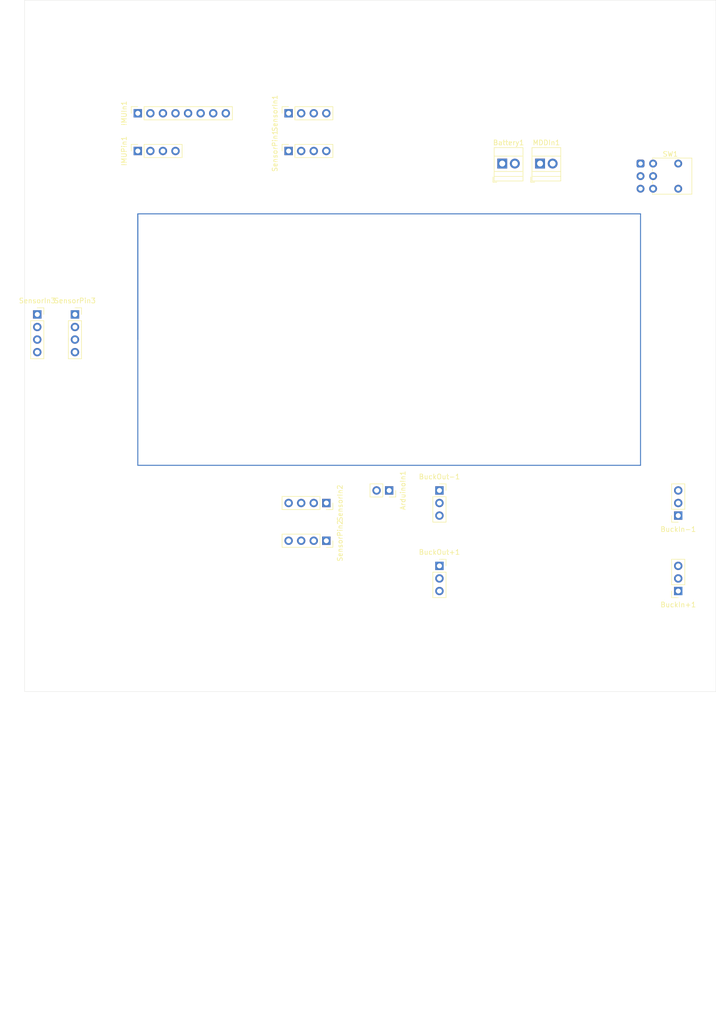
<source format=kicad_pcb>
(kicad_pcb (version 20240108) (generator "pcbnew") (generator_version "8.0")
  (layers (0 "F.Cu" signal) (31 "B.Cu" signal) (34 "B.Paste" user) (35 "F.Paste" user) (36 "B.SilkS" user "B.Silkscreen") (37 "F.SilkS" user "F.Silkscreen") (38 "B.Mask" user) (39 "F.Mask" user) (44 "Edge.Cuts" user))
  (net 0 "")
  (net 1 "GND")
  (net 2 "5V")
  (net 3 "12V")
  (net 12 "Vcc")
  (net 14 "SCL")
  (net 15 "SDA")
  (net 19 "Vm")
  (net 20 "Echo1")
  (net 21 "Trig1")
  (net 22 "Echo2")
  (net 23 "Trig2")
  (net 24 "Echo3")
  (net 25 "Trig3")
  (footprint "Connector_PinSocket_2.54mm:PinSocket_1x04_P2.54mm_Vertical" (layer "F.Cu") (at 88.9 142.24 -90)
    (property "Reference" "SensorPin2" (at 0 -2.77 90) (layer "F.SilkS"))
    (property "Value" "Conn_01x04_Socket")
    (fp_line (start -1.33 8.95) (end 1.33 8.95) (stroke (width 0.12)) (layer "F.SilkS"))
    (fp_line (start -1.33 1.27) (end -1.33 8.95) (stroke (width 0.12)) (layer "F.SilkS"))
    (fp_line (start -1.33 1.27) (end 1.33 1.27) (stroke (width 0.12)) (layer "F.SilkS"))
    (fp_line (start 1.33 1.27) (end 1.33 8.95) (stroke (width 0.12)) (layer "F.SilkS"))
    (fp_line (start 0 -1.33) (end 1.33 -1.33) (stroke (width 0.12)) (layer "F.SilkS"))
    (fp_line (start 1.33 -1.33) (end 1.33 0) (stroke (width 0.12)) (layer "F.SilkS"))
    (pad "1" thru_hole rect (at 0 0 270) (size 1.7 1.7) (drill 1) (layers "*.Cu" "*.Mask") (net 12 "Vcc"))
    (pad "2" thru_hole oval (at 0 2.54 270) (size 1.7 1.7) (drill 1) (layers "*.Cu" "*.Mask") (net 23 "Trig2"))
    (pad "3" thru_hole oval (at 0 5.08 270) (size 1.7 1.7) (drill 1) (layers "*.Cu" "*.Mask") (net 22 "Echo2"))
    (pad "4" thru_hole oval (at 0 7.62 270) (size 1.7 1.7) (drill 1) (layers "*.Cu" "*.Mask") (net 1 "GND"))
  )
  (footprint "Button_Switch_THT:SW_Push_2P2T_Vertical_E-Switch_800UDP8P1A1M6" (layer "F.Cu") (at 152.4 66.04)
    (property "Reference" "SW1" (at 6.02 -1.91 180) (layer "F.SilkS"))
    (property "Value" "SW_Push_DPDT")
    (fp_line (start 2.42 -1.11) (end 2.42 -0.96) (stroke (width 0.12)) (layer "F.SilkS"))
    (fp_line (start 2.42 1.54) (end 2.42 1.04) (stroke (width 0.12)) (layer "F.SilkS"))
    (fp_line (start 2.42 4.04) (end 2.42 3.54) (stroke (width 0.12)) (layer "F.SilkS"))
    (fp_line (start 2.42 6.19) (end 2.42 6.04) (stroke (width 0.12)) (layer "F.SilkS"))
    (fp_line (start 2.42 6.19) (end 10.37 6.19) (stroke (width 0.12)) (layer "F.SilkS"))
    (fp_line (start 10.37 -1.11) (end 2.42 -1.11) (stroke (width 0.12)) (layer "F.SilkS"))
    (fp_line (start 10.37 6.19) (end 10.37 -1.11) (stroke (width 0.12)) (layer "F.SilkS"))
    (pad "" thru_hole circle (at 7.62 0 180) (size 1.6 1.6) (drill 0.89) (layers "*.Cu" "*.Mask"))
    (pad "" thru_hole circle (at 7.62 5.08 180) (size 1.6 1.6) (drill 0.89) (layers "*.Cu" "*.Mask"))
    (pad "1" thru_hole roundrect (at 0 0 180) (size 1.6 1.6) (drill 0.89) (layers "*.Cu" "*.Mask"))
    (pad "2" thru_hole circle (at 0 2.54 180) (size 1.6 1.6) (drill 0.89) (layers "*.Cu" "*.Mask") (net 2 "5V"))
    (pad "3" thru_hole circle (at 0 5.08 180) (size 1.6 1.6) (drill 0.89) (layers "*.Cu" "*.Mask") (net 12 "Vcc"))
    (pad "4" thru_hole circle (at 2.54 0 180) (size 1.6 1.6) (drill 0.89) (layers "*.Cu" "*.Mask"))
    (pad "5" thru_hole circle (at 2.54 2.54 180) (size 1.6 1.6) (drill 0.89) (layers "*.Cu" "*.Mask") (net 3 "12V"))
    (pad "6" thru_hole circle (at 2.54 5.08 180) (size 1.6 1.6) (drill 0.89) (layers "*.Cu" "*.Mask") (net 19 "Vm"))
  )
  (footprint "Connector_PinSocket_2.54mm:PinSocket_1x04_P2.54mm_Vertical" (layer "F.Cu") (at 30.48 96.52)
    (property "Reference" "SensorIn3" (at 0 -2.77 0) (layer "F.SilkS"))
    (property "Value" "Conn_01x04_Socket")
    (fp_line (start -1.33 1.27) (end -1.33 8.95) (stroke (width 0.12)) (layer "F.SilkS"))
    (fp_line (start -1.33 1.27) (end 1.33 1.27) (stroke (width 0.12)) (layer "F.SilkS"))
    (fp_line (start -1.33 8.95) (end 1.33 8.95) (stroke (width 0.12)) (layer "F.SilkS"))
    (fp_line (start 0 -1.33) (end 1.33 -1.33) (stroke (width 0.12)) (layer "F.SilkS"))
    (fp_line (start 1.33 -1.33) (end 1.33 0) (stroke (width 0.12)) (layer "F.SilkS"))
    (fp_line (start 1.33 1.27) (end 1.33 8.95) (stroke (width 0.12)) (layer "F.SilkS"))
    (pad "1" thru_hole rect (at 0 0) (size 1.7 1.7) (drill 1) (layers "*.Cu" "*.Mask") (net 12 "Vcc"))
    (pad "2" thru_hole oval (at 0 2.54) (size 1.7 1.7) (drill 1) (layers "*.Cu" "*.Mask") (net 25 "Trig3"))
    (pad "3" thru_hole oval (at 0 5.08) (size 1.7 1.7) (drill 1) (layers "*.Cu" "*.Mask") (net 24 "Echo3"))
    (pad "4" thru_hole oval (at 0 7.62) (size 1.7 1.7) (drill 1) (layers "*.Cu" "*.Mask") (net 1 "GND"))
  )
  (footprint "Connector_PinSocket_2.54mm:PinSocket_1x04_P2.54mm_Vertical" (layer "F.Cu") (at 38.1 96.52)
    (property "Reference" "SensorPin3" (at 0 -2.77 0) (layer "F.SilkS"))
    (property "Value" "Conn_01x04_Socket")
    (fp_line (start -1.33 1.27) (end -1.33 8.95) (stroke (width 0.12)) (layer "F.SilkS"))
    (fp_line (start -1.33 1.27) (end 1.33 1.27) (stroke (width 0.12)) (layer "F.SilkS"))
    (fp_line (start -1.33 8.95) (end 1.33 8.95) (stroke (width 0.12)) (layer "F.SilkS"))
    (fp_line (start 0 -1.33) (end 1.33 -1.33) (stroke (width 0.12)) (layer "F.SilkS"))
    (fp_line (start 1.33 -1.33) (end 1.33 0) (stroke (width 0.12)) (layer "F.SilkS"))
    (fp_line (start 1.33 1.27) (end 1.33 8.95) (stroke (width 0.12)) (layer "F.SilkS"))
    (pad "1" thru_hole rect (at 0 0) (size 1.7 1.7) (drill 1) (layers "*.Cu" "*.Mask") (net 12 "Vcc"))
    (pad "2" thru_hole oval (at 0 2.54) (size 1.7 1.7) (drill 1) (layers "*.Cu" "*.Mask") (net 25 "Trig3"))
    (pad "3" thru_hole oval (at 0 5.08) (size 1.7 1.7) (drill 1) (layers "*.Cu" "*.Mask") (net 24 "Echo3"))
    (pad "4" thru_hole oval (at 0 7.62) (size 1.7 1.7) (drill 1) (layers "*.Cu" "*.Mask") (net 1 "GND"))
  )
  (footprint "Connector_PinSocket_2.54mm:PinSocket_1x04_P2.54mm_Vertical" (layer "F.Cu") (at 50.8 63.5 90)
    (property "Reference" "IMUPin1" (at 0 -2.77 90) (layer "F.SilkS"))
    (property "Value" "Conn_01x04_Socket")
    (fp_line (start 1.33 -1.33) (end 1.33 0) (stroke (width 0.12)) (layer "F.SilkS"))
    (fp_line (start 0 -1.33) (end 1.33 -1.33) (stroke (width 0.12)) (layer "F.SilkS"))
    (fp_line (start 1.33 1.27) (end 1.33 8.95) (stroke (width 0.12)) (layer "F.SilkS"))
    (fp_line (start -1.33 1.27) (end 1.33 1.27) (stroke (width 0.12)) (layer "F.SilkS"))
    (fp_line (start -1.33 1.27) (end -1.33 8.95) (stroke (width 0.12)) (layer "F.SilkS"))
    (fp_line (start -1.33 8.95) (end 1.33 8.95) (stroke (width 0.12)) (layer "F.SilkS"))
    (pad "1" thru_hole rect (at 0 0 90) (size 1.7 1.7) (drill 1) (layers "*.Cu" "*.Mask") (net 12 "Vcc"))
    (pad "2" thru_hole oval (at 0 2.54 90) (size 1.7 1.7) (drill 1) (layers "*.Cu" "*.Mask") (net 1 "GND"))
    (pad "3" thru_hole oval (at 0 5.08 90) (size 1.7 1.7) (drill 1) (layers "*.Cu" "*.Mask") (net 14 "SCL"))
    (pad "4" thru_hole oval (at 0 7.62 90) (size 1.7 1.7) (drill 1) (layers "*.Cu" "*.Mask") (net 15 "SDA"))
  )
  (footprint "Connector_PinSocket_2.54mm:PinSocket_1x03_P2.54mm_Vertical" (layer "F.Cu") (at 111.76 132.08)
    (property "Reference" "BuckOut-1" (at 0 -2.77 0) (layer "F.SilkS"))
    (property "Value" "Conn_01x03_Socket")
    (fp_line (start -1.33 1.27) (end -1.33 6.41) (stroke (width 0.12)) (layer "F.SilkS"))
    (fp_line (start -1.33 1.27) (end 1.33 1.27) (stroke (width 0.12)) (layer "F.SilkS"))
    (fp_line (start -1.33 6.41) (end 1.33 6.41) (stroke (width 0.12)) (layer "F.SilkS"))
    (fp_line (start 0 -1.33) (end 1.33 -1.33) (stroke (width 0.12)) (layer "F.SilkS"))
    (fp_line (start 1.33 -1.33) (end 1.33 0) (stroke (width 0.12)) (layer "F.SilkS"))
    (fp_line (start 1.33 1.27) (end 1.33 6.41) (stroke (width 0.12)) (layer "F.SilkS"))
    (pad "1" thru_hole rect (at 0 0) (size 1.7 1.7) (drill 1) (layers "*.Cu" "*.Mask"))
    (pad "2" thru_hole oval (at 0 2.54) (size 1.7 1.7) (drill 1) (layers "*.Cu" "*.Mask") (net 1 "GND"))
    (pad "3" thru_hole oval (at 0 5.08) (size 1.7 1.7) (drill 1) (layers "*.Cu" "*.Mask"))
  )
  (footprint "TerminalBlock:TerminalBlock_Xinya_XY308-2.54-2P_1x02_P2.54mm_Horizontal" (layer "F.Cu") (at 124.46 66.04)
    (property "Reference" "Battery1" (at 1.27 -4.22 0) (layer "F.SilkS"))
    (property "Value" "Screw_Terminal_01x02")
    (fp_line (start -1.88 2.72) (end -1.88 3.76) (stroke (width 0.12)) (layer "F.SilkS"))
    (fp_line (start -1.88 3.76) (end -1.08 3.76) (stroke (width 0.12)) (layer "F.SilkS"))
    (fp_line (start -1.64 -3.22) (end -1.64 3.52) (stroke (width 0.12)) (layer "F.SilkS"))
    (fp_line (start -1.64 -3.22) (end 4.18 -3.22) (stroke (width 0.12)) (layer "F.SilkS"))
    (fp_line (start -1.64 -1.501) (end 4.18 -1.501) (stroke (width 0.12)) (layer "F.SilkS"))
    (fp_line (start -1.64 1.6) (end 4.18 1.6) (stroke (width 0.12)) (layer "F.SilkS"))
    (fp_line (start -1.64 2.6) (end 4.18 2.6) (stroke (width 0.12)) (layer "F.SilkS"))
    (fp_line (start -1.64 3.52) (end 4.18 3.52) (stroke (width 0.12)) (layer "F.SilkS"))
    (fp_line (start 4.18 -3.22) (end 4.18 3.52) (stroke (width 0.12)) (layer "F.SilkS"))
    (pad "1" thru_hole rect (at 0 0) (size 2 2) (drill 1.2) (layers "*.Cu" "*.Mask") (net 3 "12V"))
    (pad "2" thru_hole circle (at 2.54 0) (size 2 2) (drill 1.2) (layers "*.Cu" "*.Mask") (net 1 "GND"))
  )
  (footprint "Connector_PinSocket_2.54mm:PinSocket_1x02_P2.54mm_Vertical" (layer "F.Cu") (at 101.6 132.08 -90)
    (property "Reference" "ArduinoIn1" (at 0 -2.77 90) (layer "F.SilkS"))
    (property "Value" "Conn_01x02_Socket")
    (fp_line (start -1.33 3.87) (end 1.33 3.87) (stroke (width 0.12)) (layer "F.SilkS"))
    (fp_line (start -1.33 1.27) (end -1.33 3.87) (stroke (width 0.12)) (layer "F.SilkS"))
    (fp_line (start -1.33 1.27) (end 1.33 1.27) (stroke (width 0.12)) (layer "F.SilkS"))
    (fp_line (start 1.33 1.27) (end 1.33 3.87) (stroke (width 0.12)) (layer "F.SilkS"))
    (fp_line (start 0 -1.33) (end 1.33 -1.33) (stroke (width 0.12)) (layer "F.SilkS"))
    (fp_line (start 1.33 -1.33) (end 1.33 0) (stroke (width 0.12)) (layer "F.SilkS"))
    (pad "1" thru_hole rect (at 0 0 270) (size 1.7 1.7) (drill 1) (layers "*.Cu" "*.Mask") (net 2 "5V"))
    (pad "2" thru_hole oval (at 0 2.54 270) (size 1.7 1.7) (drill 1) (layers "*.Cu" "*.Mask") (net 1 "GND"))
  )
  (footprint "Connector_PinSocket_2.54mm:PinSocket_1x04_P2.54mm_Vertical" (layer "F.Cu") (at 81.28 55.88 90)
    (property "Reference" "SensorIn1" (at 0 -2.77 90) (layer "F.SilkS"))
    (property "Value" "Conn_01x04_Socket")
    (fp_line (start 1.33 -1.33) (end 1.33 0) (stroke (width 0.12)) (layer "F.SilkS"))
    (fp_line (start 0 -1.33) (end 1.33 -1.33) (stroke (width 0.12)) (layer "F.SilkS"))
    (fp_line (start 1.33 1.27) (end 1.33 8.95) (stroke (width 0.12)) (layer "F.SilkS"))
    (fp_line (start -1.33 1.27) (end 1.33 1.27) (stroke (width 0.12)) (layer "F.SilkS"))
    (fp_line (start -1.33 1.27) (end -1.33 8.95) (stroke (width 0.12)) (layer "F.SilkS"))
    (fp_line (start -1.33 8.95) (end 1.33 8.95) (stroke (width 0.12)) (layer "F.SilkS"))
    (pad "1" thru_hole rect (at 0 0 90) (size 1.7 1.7) (drill 1) (layers "*.Cu" "*.Mask") (net 12 "Vcc"))
    (pad "2" thru_hole oval (at 0 2.54 90) (size 1.7 1.7) (drill 1) (layers "*.Cu" "*.Mask") (net 21 "Trig1"))
    (pad "3" thru_hole oval (at 0 5.08 90) (size 1.7 1.7) (drill 1) (layers "*.Cu" "*.Mask") (net 20 "Echo1"))
    (pad "4" thru_hole oval (at 0 7.62 90) (size 1.7 1.7) (drill 1) (layers "*.Cu" "*.Mask") (net 1 "GND"))
  )
  (footprint "Connector_PinSocket_2.54mm:PinSocket_1x03_P2.54mm_Vertical" (layer "F.Cu") (at 160.02 152.4 180)
    (property "Reference" "BuckIn+1" (at 0 -2.77 360) (layer "F.SilkS"))
    (property "Value" "Conn_01x03_Socket" (hide yes))
    (fp_line (start 1.33 1.27) (end 1.33 6.41) (stroke (width 0.12)) (layer "F.SilkS"))
    (fp_line (start 1.33 -1.33) (end 1.33 0) (stroke (width 0.12)) (layer "F.SilkS"))
    (fp_line (start 0 -1.33) (end 1.33 -1.33) (stroke (width 0.12)) (layer "F.SilkS"))
    (fp_line (start -1.33 6.41) (end 1.33 6.41) (stroke (width 0.12)) (layer "F.SilkS"))
    (fp_line (start -1.33 1.27) (end 1.33 1.27) (stroke (width 0.12)) (layer "F.SilkS"))
    (fp_line (start -1.33 1.27) (end -1.33 6.41) (stroke (width 0.12)) (layer "F.SilkS"))
    (pad "1" thru_hole rect (at 0 0 180) (size 1.7 1.7) (drill 1) (layers "*.Cu" "*.Mask"))
    (pad "2" thru_hole oval (at 0 2.54 180) (size 1.7 1.7) (drill 1) (layers "*.Cu" "*.Mask") (net 3 "12V"))
    (pad "3" thru_hole oval (at 0 5.08 180) (size 1.7 1.7) (drill 1) (layers "*.Cu" "*.Mask"))
  )
  (footprint "Connector_PinSocket_2.54mm:PinSocket_1x04_P2.54mm_Vertical" (layer "F.Cu") (at 81.28 63.5 90)
    (property "Reference" "SensorPin1" (at 0 -2.77 90) (layer "F.SilkS"))
    (property "Value" "Conn_01x04_Socket")
    (fp_line (start 1.33 -1.33) (end 1.33 0) (stroke (width 0.12)) (layer "F.SilkS"))
    (fp_line (start 0 -1.33) (end 1.33 -1.33) (stroke (width 0.12)) (layer "F.SilkS"))
    (fp_line (start 1.33 1.27) (end 1.33 8.95) (stroke (width 0.12)) (layer "F.SilkS"))
    (fp_line (start -1.33 1.27) (end 1.33 1.27) (stroke (width 0.12)) (layer "F.SilkS"))
    (fp_line (start -1.33 1.27) (end -1.33 8.95) (stroke (width 0.12)) (layer "F.SilkS"))
    (fp_line (start -1.33 8.95) (end 1.33 8.95) (stroke (width 0.12)) (layer "F.SilkS"))
    (pad "1" thru_hole rect (at 0 0 90) (size 1.7 1.7) (drill 1) (layers "*.Cu" "*.Mask") (net 12 "Vcc"))
    (pad "2" thru_hole oval (at 0 2.54 90) (size 1.7 1.7) (drill 1) (layers "*.Cu" "*.Mask") (net 21 "Trig1"))
    (pad "3" thru_hole oval (at 0 5.08 90) (size 1.7 1.7) (drill 1) (layers "*.Cu" "*.Mask") (net 20 "Echo1"))
    (pad "4" thru_hole oval (at 0 7.62 90) (size 1.7 1.7) (drill 1) (layers "*.Cu" "*.Mask") (net 1 "GND"))
  )
  (footprint "Connector_PinSocket_2.54mm:PinSocket_1x08_P2.54mm_Vertical" (layer "F.Cu") (at 50.8 55.88 90)
    (property "Reference" "IMUIn1" (at 0 -2.77 90) (layer "F.SilkS"))
    (property "Value" "Conn_01x08_Socket")
    (fp_line (start 1.33 -1.33) (end 1.33 0) (stroke (width 0.12)) (layer "F.SilkS"))
    (fp_line (start 0 -1.33) (end 1.33 -1.33) (stroke (width 0.12)) (layer "F.SilkS"))
    (fp_line (start 1.33 1.27) (end 1.33 19.11) (stroke (width 0.12)) (layer "F.SilkS"))
    (fp_line (start -1.33 1.27) (end 1.33 1.27) (stroke (width 0.12)) (layer "F.SilkS"))
    (fp_line (start -1.33 1.27) (end -1.33 19.11) (stroke (width 0.12)) (layer "F.SilkS"))
    (fp_line (start -1.33 19.11) (end 1.33 19.11) (stroke (width 0.12)) (layer "F.SilkS"))
    (pad "1" thru_hole rect (at 0 0 90) (size 1.7 1.7) (drill 1) (layers "*.Cu" "*.Mask") (net 12 "Vcc"))
    (pad "2" thru_hole oval (at 0 2.54 90) (size 1.7 1.7) (drill 1) (layers "*.Cu" "*.Mask") (net 1 "GND"))
    (pad "3" thru_hole oval (at 0 5.08 90) (size 1.7 1.7) (drill 1) (layers "*.Cu" "*.Mask") (net 14 "SCL"))
    (pad "4" thru_hole oval (at 0 7.62 90) (size 1.7 1.7) (drill 1) (layers "*.Cu" "*.Mask") (net 15 "SDA"))
    (pad "5" thru_hole oval (at 0 10.16 90) (size 1.7 1.7) (drill 1) (layers "*.Cu" "*.Mask"))
    (pad "6" thru_hole oval (at 0 12.7 90) (size 1.7 1.7) (drill 1) (layers "*.Cu" "*.Mask"))
    (pad "7" thru_hole oval (at 0 15.24 90) (size 1.7 1.7) (drill 1) (layers "*.Cu" "*.Mask"))
    (pad "8" thru_hole oval (at 0 17.78 90) (size 1.7 1.7) (drill 1) (layers "*.Cu" "*.Mask"))
  )
  (footprint "Connector_PinSocket_2.54mm:PinSocket_1x03_P2.54mm_Vertical" (layer "F.Cu") (at 160.02 137.16 180)
    (property "Reference" "BuckIn-1" (at 0 -2.77 360) (layer "F.SilkS"))
    (property "Value" "Conn_01x03_Socket" (hide yes))
    (fp_line (start 1.33 1.27) (end 1.33 6.41) (stroke (width 0.12)) (layer "F.SilkS"))
    (fp_line (start 1.33 -1.33) (end 1.33 0) (stroke (width 0.12)) (layer "F.SilkS"))
    (fp_line (start 0 -1.33) (end 1.33 -1.33) (stroke (width 0.12)) (layer "F.SilkS"))
    (fp_line (start -1.33 6.41) (end 1.33 6.41) (stroke (width 0.12)) (layer "F.SilkS"))
    (fp_line (start -1.33 1.27) (end 1.33 1.27) (stroke (width 0.12)) (layer "F.SilkS"))
    (fp_line (start -1.33 1.27) (end -1.33 6.41) (stroke (width 0.12)) (layer "F.SilkS"))
    (pad "1" thru_hole rect (at 0 0 180) (size 1.7 1.7) (drill 1) (layers "*.Cu" "*.Mask"))
    (pad "2" thru_hole oval (at 0 2.54 180) (size 1.7 1.7) (drill 1) (layers "*.Cu" "*.Mask") (net 1 "GND"))
    (pad "3" thru_hole oval (at 0 5.08 180) (size 1.7 1.7) (drill 1) (layers "*.Cu" "*.Mask"))
  )
  (footprint "TerminalBlock:TerminalBlock_Xinya_XY308-2.54-2P_1x02_P2.54mm_Horizontal" (layer "F.Cu") (at 132.1 66.04)
    (property "Reference" "MDDIn1" (at 1.27 -4.22 0) (layer "F.SilkS"))
    (property "Value" "Screw_Terminal_01x02")
    (fp_line (start -1.88 2.72) (end -1.88 3.76) (stroke (width 0.12)) (layer "F.SilkS"))
    (fp_line (start -1.88 3.76) (end -1.08 3.76) (stroke (width 0.12)) (layer "F.SilkS"))
    (fp_line (start -1.64 -3.22) (end -1.64 3.52) (stroke (width 0.12)) (layer "F.SilkS"))
    (fp_line (start -1.64 -3.22) (end 4.18 -3.22) (stroke (width 0.12)) (layer "F.SilkS"))
    (fp_line (start -1.64 -1.501) (end 4.18 -1.501) (stroke (width 0.12)) (layer "F.SilkS"))
    (fp_line (start -1.64 1.6) (end 4.18 1.6) (stroke (width 0.12)) (layer "F.SilkS"))
    (fp_line (start -1.64 2.6) (end 4.18 2.6) (stroke (width 0.12)) (layer "F.SilkS"))
    (fp_line (start -1.64 3.52) (end 4.18 3.52) (stroke (width 0.12)) (layer "F.SilkS"))
    (fp_line (start 4.18 -3.22) (end 4.18 3.52) (stroke (width 0.12)) (layer "F.SilkS"))
    (pad "1" thru_hole rect (at 0 0) (size 2 2) (drill 1.2) (layers "*.Cu" "*.Mask") (net 19 "Vm"))
    (pad "2" thru_hole circle (at 2.54 0) (size 2 2) (drill 1.2) (layers "*.Cu" "*.Mask") (net 1 "GND"))
  )
  (footprint "Connector_PinSocket_2.54mm:PinSocket_1x04_P2.54mm_Vertical" (layer "F.Cu") (at 88.9 134.62 -90)
    (property "Reference" "SensorIn2" (at 0 -2.77 90) (layer "F.SilkS"))
    (property "Value" "Conn_01x04_Socket")
    (fp_line (start -1.33 8.95) (end 1.33 8.95) (stroke (width 0.12)) (layer "F.SilkS"))
    (fp_line (start -1.33 1.27) (end -1.33 8.95) (stroke (width 0.12)) (layer "F.SilkS"))
    (fp_line (start -1.33 1.27) (end 1.33 1.27) (stroke (width 0.12)) (layer "F.SilkS"))
    (fp_line (start 1.33 1.27) (end 1.33 8.95) (stroke (width 0.12)) (layer "F.SilkS"))
    (fp_line (start 0 -1.33) (end 1.33 -1.33) (stroke (width 0.12)) (layer "F.SilkS"))
    (fp_line (start 1.33 -1.33) (end 1.33 0) (stroke (width 0.12)) (layer "F.SilkS"))
    (pad "1" thru_hole rect (at 0 0 270) (size 1.7 1.7) (drill 1) (layers "*.Cu" "*.Mask") (net 12 "Vcc"))
    (pad "2" thru_hole oval (at 0 2.54 270) (size 1.7 1.7) (drill 1) (layers "*.Cu" "*.Mask") (net 23 "Trig2"))
    (pad "3" thru_hole oval (at 0 5.08 270) (size 1.7 1.7) (drill 1) (layers "*.Cu" "*.Mask") (net 22 "Echo2"))
    (pad "4" thru_hole oval (at 0 7.62 270) (size 1.7 1.7) (drill 1) (layers "*.Cu" "*.Mask") (net 1 "GND"))
  )
  (footprint "Connector_PinSocket_2.54mm:PinSocket_1x03_P2.54mm_Vertical" (layer "F.Cu") (at 111.76 147.32)
    (property "Reference" "BuckOut+1" (at 0 -2.77 0) (layer "F.SilkS"))
    (property "Value" "Conn_01x03_Socket")
    (fp_line (start -1.33 1.27) (end -1.33 6.41) (stroke (width 0.12)) (layer "F.SilkS"))
    (fp_line (start -1.33 1.27) (end 1.33 1.27) (stroke (width 0.12)) (layer "F.SilkS"))
    (fp_line (start -1.33 6.41) (end 1.33 6.41) (stroke (width 0.12)) (layer "F.SilkS"))
    (fp_line (start 0 -1.33) (end 1.33 -1.33) (stroke (width 0.12)) (layer "F.SilkS"))
    (fp_line (start 1.33 -1.33) (end 1.33 0) (stroke (width 0.12)) (layer "F.SilkS"))
    (fp_line (start 1.33 1.27) (end 1.33 6.41) (stroke (width 0.12)) (layer "F.SilkS"))
    (pad "1" thru_hole rect (at 0 0) (size 1.7 1.7) (drill 1) (layers "*.Cu" "*.Mask"))
    (pad "2" thru_hole oval (at 0 2.54) (size 1.7 1.7) (drill 1) (layers "*.Cu" "*.Mask") (net 2 "5V"))
    (pad "3" thru_hole oval (at 0 5.08) (size 1.7 1.7) (drill 1) (layers "*.Cu" "*.Mask"))
  )
  (gr_line (start 152.4 127) (end 50.8 127) (stroke (width 0.2)) (layer "B.Cu") (net 4))
  (gr_line (start 50.8 101.6) (end 50.8 76.2) (stroke (width 0.2)) (layer "B.Cu") (net 4))
  (gr_line (start 50.8 76.2) (end 152.4 76.2) (stroke (width 0.2)) (layer "B.Cu") (net 4))
  (gr_line (start 152.4 76.2) (end 152.4 127) (stroke (width 0.2)) (layer "B.Cu") (net 4))
  (gr_line (start 50.8 76.2) (end 50.8 127) (stroke (width 0.2)) (layer "B.Cu") (net 4))
  (gr_line (start 167.64 33.02) (end 167.64 172.72) (stroke (width 0.05)) (layer "Edge.Cuts"))
  (gr_line (start 27.94 172.72) (end 27.94 33.02) (stroke (width 0.05)) (layer "Edge.Cuts"))
  (gr_line (start 27.94 33.02) (end 167.64 33.02) (stroke (width 0.05)) (layer "Edge.Cuts"))
  (gr_line (start 167.64 172.72) (end 27.94 172.72) (stroke (width 0.05)) (layer "Edge.Cuts"))
)
</source>
